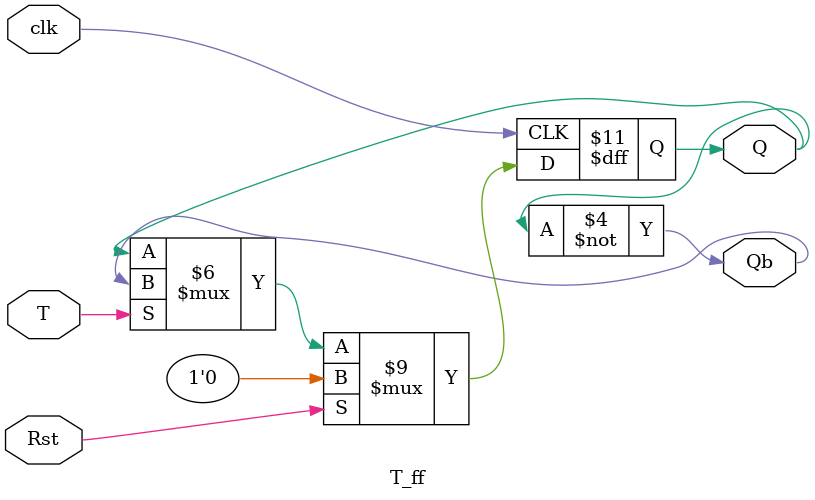
<source format=v>
module T_ff(T,clk,Rst,Q,Qb);
input T,clk,Rst;
output reg Q;
output Qb;
always @(posedge clk)
 begin
  if(Rst==1)
     Q<=0;
  else
   begin
    if(T==1)
      Q<=Qb;
    else
      Q<=Q;
   end
  end
assign Qb = ~Q;
endmodule
</source>
